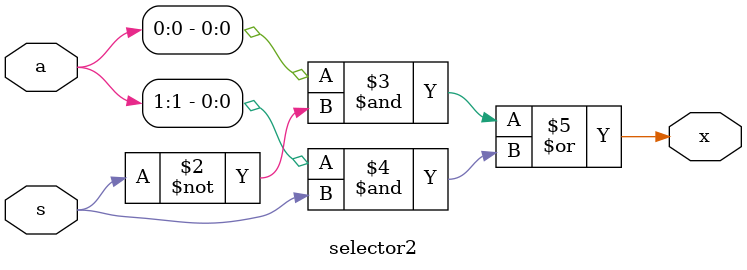
<source format=v>
module selector2(s, a, x);
  input s;
  input [0:1] a;
  output x;
  reg x;

  // TODO make a confirmation with 真偽表
  always @(s, a) x=(a[0]&~s)|(a[1]&s);
  // The above one equals to the following:
  // always @(s, a) if (s) x=a[1]; else x=a[0];
endmodule

</source>
